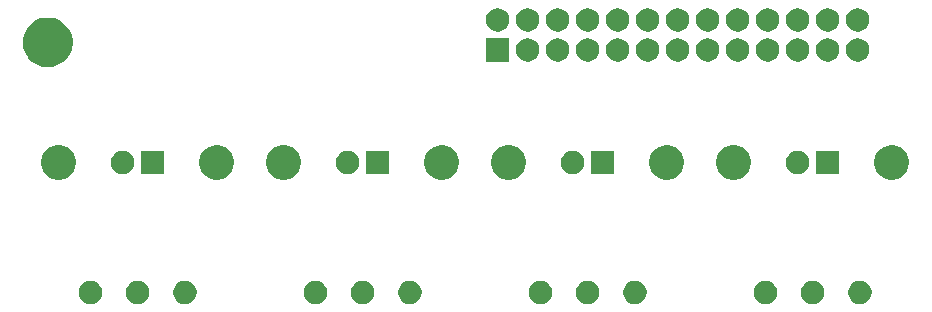
<source format=gbr>
G04 #@! TF.GenerationSoftware,KiCad,Pcbnew,(5.0.1)-3*
G04 #@! TF.CreationDate,2018-12-06T21:01:50-08:00*
G04 #@! TF.ProjectId,500-1071,3530302D313037312E6B696361645F70,A*
G04 #@! TF.SameCoordinates,Original*
G04 #@! TF.FileFunction,Soldermask,Top*
G04 #@! TF.FilePolarity,Negative*
%FSLAX46Y46*%
G04 Gerber Fmt 4.6, Leading zero omitted, Abs format (unit mm)*
G04 Created by KiCad (PCBNEW (5.0.1)-3) date 12/6/2018 9:01:50 PM*
%MOMM*%
%LPD*%
G01*
G04 APERTURE LIST*
%ADD10C,0.100000*%
G04 APERTURE END LIST*
D10*
G36*
X216124426Y-119257897D02*
X216188014Y-119270545D01*
X216367709Y-119344977D01*
X216529431Y-119453036D01*
X216666964Y-119590569D01*
X216775023Y-119752291D01*
X216849455Y-119931986D01*
X216887400Y-120122750D01*
X216887400Y-120317250D01*
X216849455Y-120508014D01*
X216775023Y-120687709D01*
X216666964Y-120849431D01*
X216529431Y-120986964D01*
X216367709Y-121095023D01*
X216188014Y-121169455D01*
X216124426Y-121182103D01*
X215997252Y-121207400D01*
X215802748Y-121207400D01*
X215675574Y-121182103D01*
X215611986Y-121169455D01*
X215432291Y-121095023D01*
X215270569Y-120986964D01*
X215133036Y-120849431D01*
X215024977Y-120687709D01*
X214950545Y-120508014D01*
X214912600Y-120317250D01*
X214912600Y-120122750D01*
X214950545Y-119931986D01*
X215024977Y-119752291D01*
X215133036Y-119590569D01*
X215270569Y-119453036D01*
X215432291Y-119344977D01*
X215611986Y-119270545D01*
X215675574Y-119257897D01*
X215802748Y-119232600D01*
X215997252Y-119232600D01*
X216124426Y-119257897D01*
X216124426Y-119257897D01*
G37*
G36*
X212124426Y-119257897D02*
X212188014Y-119270545D01*
X212367709Y-119344977D01*
X212529431Y-119453036D01*
X212666964Y-119590569D01*
X212775023Y-119752291D01*
X212849455Y-119931986D01*
X212887400Y-120122750D01*
X212887400Y-120317250D01*
X212849455Y-120508014D01*
X212775023Y-120687709D01*
X212666964Y-120849431D01*
X212529431Y-120986964D01*
X212367709Y-121095023D01*
X212188014Y-121169455D01*
X212124426Y-121182103D01*
X211997252Y-121207400D01*
X211802748Y-121207400D01*
X211675574Y-121182103D01*
X211611986Y-121169455D01*
X211432291Y-121095023D01*
X211270569Y-120986964D01*
X211133036Y-120849431D01*
X211024977Y-120687709D01*
X210950545Y-120508014D01*
X210912600Y-120317250D01*
X210912600Y-120122750D01*
X210950545Y-119931986D01*
X211024977Y-119752291D01*
X211133036Y-119590569D01*
X211270569Y-119453036D01*
X211432291Y-119344977D01*
X211611986Y-119270545D01*
X211675574Y-119257897D01*
X211802748Y-119232600D01*
X211997252Y-119232600D01*
X212124426Y-119257897D01*
X212124426Y-119257897D01*
G37*
G36*
X220124426Y-119257897D02*
X220188014Y-119270545D01*
X220367709Y-119344977D01*
X220529431Y-119453036D01*
X220666964Y-119590569D01*
X220775023Y-119752291D01*
X220849455Y-119931986D01*
X220887400Y-120122750D01*
X220887400Y-120317250D01*
X220849455Y-120508014D01*
X220775023Y-120687709D01*
X220666964Y-120849431D01*
X220529431Y-120986964D01*
X220367709Y-121095023D01*
X220188014Y-121169455D01*
X220124426Y-121182103D01*
X219997252Y-121207400D01*
X219802748Y-121207400D01*
X219675574Y-121182103D01*
X219611986Y-121169455D01*
X219432291Y-121095023D01*
X219270569Y-120986964D01*
X219133036Y-120849431D01*
X219024977Y-120687709D01*
X218950545Y-120508014D01*
X218912600Y-120317250D01*
X218912600Y-120122750D01*
X218950545Y-119931986D01*
X219024977Y-119752291D01*
X219133036Y-119590569D01*
X219270569Y-119453036D01*
X219432291Y-119344977D01*
X219611986Y-119270545D01*
X219675574Y-119257897D01*
X219802748Y-119232600D01*
X219997252Y-119232600D01*
X220124426Y-119257897D01*
X220124426Y-119257897D01*
G37*
G36*
X231174426Y-119257897D02*
X231238014Y-119270545D01*
X231417709Y-119344977D01*
X231579431Y-119453036D01*
X231716964Y-119590569D01*
X231825023Y-119752291D01*
X231899455Y-119931986D01*
X231937400Y-120122750D01*
X231937400Y-120317250D01*
X231899455Y-120508014D01*
X231825023Y-120687709D01*
X231716964Y-120849431D01*
X231579431Y-120986964D01*
X231417709Y-121095023D01*
X231238014Y-121169455D01*
X231174426Y-121182103D01*
X231047252Y-121207400D01*
X230852748Y-121207400D01*
X230725574Y-121182103D01*
X230661986Y-121169455D01*
X230482291Y-121095023D01*
X230320569Y-120986964D01*
X230183036Y-120849431D01*
X230074977Y-120687709D01*
X230000545Y-120508014D01*
X229962600Y-120317250D01*
X229962600Y-120122750D01*
X230000545Y-119931986D01*
X230074977Y-119752291D01*
X230183036Y-119590569D01*
X230320569Y-119453036D01*
X230482291Y-119344977D01*
X230661986Y-119270545D01*
X230725574Y-119257897D01*
X230852748Y-119232600D01*
X231047252Y-119232600D01*
X231174426Y-119257897D01*
X231174426Y-119257897D01*
G37*
G36*
X239174426Y-119257897D02*
X239238014Y-119270545D01*
X239417709Y-119344977D01*
X239579431Y-119453036D01*
X239716964Y-119590569D01*
X239825023Y-119752291D01*
X239899455Y-119931986D01*
X239937400Y-120122750D01*
X239937400Y-120317250D01*
X239899455Y-120508014D01*
X239825023Y-120687709D01*
X239716964Y-120849431D01*
X239579431Y-120986964D01*
X239417709Y-121095023D01*
X239238014Y-121169455D01*
X239174426Y-121182103D01*
X239047252Y-121207400D01*
X238852748Y-121207400D01*
X238725574Y-121182103D01*
X238661986Y-121169455D01*
X238482291Y-121095023D01*
X238320569Y-120986964D01*
X238183036Y-120849431D01*
X238074977Y-120687709D01*
X238000545Y-120508014D01*
X237962600Y-120317250D01*
X237962600Y-120122750D01*
X238000545Y-119931986D01*
X238074977Y-119752291D01*
X238183036Y-119590569D01*
X238320569Y-119453036D01*
X238482291Y-119344977D01*
X238661986Y-119270545D01*
X238725574Y-119257897D01*
X238852748Y-119232600D01*
X239047252Y-119232600D01*
X239174426Y-119257897D01*
X239174426Y-119257897D01*
G37*
G36*
X178024426Y-119257897D02*
X178088014Y-119270545D01*
X178267709Y-119344977D01*
X178429431Y-119453036D01*
X178566964Y-119590569D01*
X178675023Y-119752291D01*
X178749455Y-119931986D01*
X178787400Y-120122750D01*
X178787400Y-120317250D01*
X178749455Y-120508014D01*
X178675023Y-120687709D01*
X178566964Y-120849431D01*
X178429431Y-120986964D01*
X178267709Y-121095023D01*
X178088014Y-121169455D01*
X178024426Y-121182103D01*
X177897252Y-121207400D01*
X177702748Y-121207400D01*
X177575574Y-121182103D01*
X177511986Y-121169455D01*
X177332291Y-121095023D01*
X177170569Y-120986964D01*
X177033036Y-120849431D01*
X176924977Y-120687709D01*
X176850545Y-120508014D01*
X176812600Y-120317250D01*
X176812600Y-120122750D01*
X176850545Y-119931986D01*
X176924977Y-119752291D01*
X177033036Y-119590569D01*
X177170569Y-119453036D01*
X177332291Y-119344977D01*
X177511986Y-119270545D01*
X177575574Y-119257897D01*
X177702748Y-119232600D01*
X177897252Y-119232600D01*
X178024426Y-119257897D01*
X178024426Y-119257897D01*
G37*
G36*
X174024426Y-119257897D02*
X174088014Y-119270545D01*
X174267709Y-119344977D01*
X174429431Y-119453036D01*
X174566964Y-119590569D01*
X174675023Y-119752291D01*
X174749455Y-119931986D01*
X174787400Y-120122750D01*
X174787400Y-120317250D01*
X174749455Y-120508014D01*
X174675023Y-120687709D01*
X174566964Y-120849431D01*
X174429431Y-120986964D01*
X174267709Y-121095023D01*
X174088014Y-121169455D01*
X174024426Y-121182103D01*
X173897252Y-121207400D01*
X173702748Y-121207400D01*
X173575574Y-121182103D01*
X173511986Y-121169455D01*
X173332291Y-121095023D01*
X173170569Y-120986964D01*
X173033036Y-120849431D01*
X172924977Y-120687709D01*
X172850545Y-120508014D01*
X172812600Y-120317250D01*
X172812600Y-120122750D01*
X172850545Y-119931986D01*
X172924977Y-119752291D01*
X173033036Y-119590569D01*
X173170569Y-119453036D01*
X173332291Y-119344977D01*
X173511986Y-119270545D01*
X173575574Y-119257897D01*
X173702748Y-119232600D01*
X173897252Y-119232600D01*
X174024426Y-119257897D01*
X174024426Y-119257897D01*
G37*
G36*
X182024426Y-119257897D02*
X182088014Y-119270545D01*
X182267709Y-119344977D01*
X182429431Y-119453036D01*
X182566964Y-119590569D01*
X182675023Y-119752291D01*
X182749455Y-119931986D01*
X182787400Y-120122750D01*
X182787400Y-120317250D01*
X182749455Y-120508014D01*
X182675023Y-120687709D01*
X182566964Y-120849431D01*
X182429431Y-120986964D01*
X182267709Y-121095023D01*
X182088014Y-121169455D01*
X182024426Y-121182103D01*
X181897252Y-121207400D01*
X181702748Y-121207400D01*
X181575574Y-121182103D01*
X181511986Y-121169455D01*
X181332291Y-121095023D01*
X181170569Y-120986964D01*
X181033036Y-120849431D01*
X180924977Y-120687709D01*
X180850545Y-120508014D01*
X180812600Y-120317250D01*
X180812600Y-120122750D01*
X180850545Y-119931986D01*
X180924977Y-119752291D01*
X181033036Y-119590569D01*
X181170569Y-119453036D01*
X181332291Y-119344977D01*
X181511986Y-119270545D01*
X181575574Y-119257897D01*
X181702748Y-119232600D01*
X181897252Y-119232600D01*
X182024426Y-119257897D01*
X182024426Y-119257897D01*
G37*
G36*
X197074426Y-119257897D02*
X197138014Y-119270545D01*
X197317709Y-119344977D01*
X197479431Y-119453036D01*
X197616964Y-119590569D01*
X197725023Y-119752291D01*
X197799455Y-119931986D01*
X197837400Y-120122750D01*
X197837400Y-120317250D01*
X197799455Y-120508014D01*
X197725023Y-120687709D01*
X197616964Y-120849431D01*
X197479431Y-120986964D01*
X197317709Y-121095023D01*
X197138014Y-121169455D01*
X197074426Y-121182103D01*
X196947252Y-121207400D01*
X196752748Y-121207400D01*
X196625574Y-121182103D01*
X196561986Y-121169455D01*
X196382291Y-121095023D01*
X196220569Y-120986964D01*
X196083036Y-120849431D01*
X195974977Y-120687709D01*
X195900545Y-120508014D01*
X195862600Y-120317250D01*
X195862600Y-120122750D01*
X195900545Y-119931986D01*
X195974977Y-119752291D01*
X196083036Y-119590569D01*
X196220569Y-119453036D01*
X196382291Y-119344977D01*
X196561986Y-119270545D01*
X196625574Y-119257897D01*
X196752748Y-119232600D01*
X196947252Y-119232600D01*
X197074426Y-119257897D01*
X197074426Y-119257897D01*
G37*
G36*
X193074426Y-119257897D02*
X193138014Y-119270545D01*
X193317709Y-119344977D01*
X193479431Y-119453036D01*
X193616964Y-119590569D01*
X193725023Y-119752291D01*
X193799455Y-119931986D01*
X193837400Y-120122750D01*
X193837400Y-120317250D01*
X193799455Y-120508014D01*
X193725023Y-120687709D01*
X193616964Y-120849431D01*
X193479431Y-120986964D01*
X193317709Y-121095023D01*
X193138014Y-121169455D01*
X193074426Y-121182103D01*
X192947252Y-121207400D01*
X192752748Y-121207400D01*
X192625574Y-121182103D01*
X192561986Y-121169455D01*
X192382291Y-121095023D01*
X192220569Y-120986964D01*
X192083036Y-120849431D01*
X191974977Y-120687709D01*
X191900545Y-120508014D01*
X191862600Y-120317250D01*
X191862600Y-120122750D01*
X191900545Y-119931986D01*
X191974977Y-119752291D01*
X192083036Y-119590569D01*
X192220569Y-119453036D01*
X192382291Y-119344977D01*
X192561986Y-119270545D01*
X192625574Y-119257897D01*
X192752748Y-119232600D01*
X192947252Y-119232600D01*
X193074426Y-119257897D01*
X193074426Y-119257897D01*
G37*
G36*
X201074426Y-119257897D02*
X201138014Y-119270545D01*
X201317709Y-119344977D01*
X201479431Y-119453036D01*
X201616964Y-119590569D01*
X201725023Y-119752291D01*
X201799455Y-119931986D01*
X201837400Y-120122750D01*
X201837400Y-120317250D01*
X201799455Y-120508014D01*
X201725023Y-120687709D01*
X201616964Y-120849431D01*
X201479431Y-120986964D01*
X201317709Y-121095023D01*
X201138014Y-121169455D01*
X201074426Y-121182103D01*
X200947252Y-121207400D01*
X200752748Y-121207400D01*
X200625574Y-121182103D01*
X200561986Y-121169455D01*
X200382291Y-121095023D01*
X200220569Y-120986964D01*
X200083036Y-120849431D01*
X199974977Y-120687709D01*
X199900545Y-120508014D01*
X199862600Y-120317250D01*
X199862600Y-120122750D01*
X199900545Y-119931986D01*
X199974977Y-119752291D01*
X200083036Y-119590569D01*
X200220569Y-119453036D01*
X200382291Y-119344977D01*
X200561986Y-119270545D01*
X200625574Y-119257897D01*
X200752748Y-119232600D01*
X200947252Y-119232600D01*
X201074426Y-119257897D01*
X201074426Y-119257897D01*
G37*
G36*
X235174426Y-119257897D02*
X235238014Y-119270545D01*
X235417709Y-119344977D01*
X235579431Y-119453036D01*
X235716964Y-119590569D01*
X235825023Y-119752291D01*
X235899455Y-119931986D01*
X235937400Y-120122750D01*
X235937400Y-120317250D01*
X235899455Y-120508014D01*
X235825023Y-120687709D01*
X235716964Y-120849431D01*
X235579431Y-120986964D01*
X235417709Y-121095023D01*
X235238014Y-121169455D01*
X235174426Y-121182103D01*
X235047252Y-121207400D01*
X234852748Y-121207400D01*
X234725574Y-121182103D01*
X234661986Y-121169455D01*
X234482291Y-121095023D01*
X234320569Y-120986964D01*
X234183036Y-120849431D01*
X234074977Y-120687709D01*
X234000545Y-120508014D01*
X233962600Y-120317250D01*
X233962600Y-120122750D01*
X234000545Y-119931986D01*
X234074977Y-119752291D01*
X234183036Y-119590569D01*
X234320569Y-119453036D01*
X234482291Y-119344977D01*
X234661986Y-119270545D01*
X234725574Y-119257897D01*
X234852748Y-119232600D01*
X235047252Y-119232600D01*
X235174426Y-119257897D01*
X235174426Y-119257897D01*
G37*
G36*
X190578781Y-107806490D02*
X190846307Y-107917303D01*
X191087074Y-108078178D01*
X191291822Y-108282926D01*
X191452697Y-108523693D01*
X191563510Y-108791219D01*
X191620000Y-109075216D01*
X191620000Y-109364784D01*
X191563510Y-109648781D01*
X191452697Y-109916307D01*
X191291822Y-110157074D01*
X191087074Y-110361822D01*
X190846307Y-110522697D01*
X190578781Y-110633510D01*
X190294784Y-110690000D01*
X190005216Y-110690000D01*
X189721219Y-110633510D01*
X189453693Y-110522697D01*
X189212926Y-110361822D01*
X189008178Y-110157074D01*
X188847303Y-109916307D01*
X188736490Y-109648781D01*
X188680000Y-109364784D01*
X188680000Y-109075216D01*
X188736490Y-108791219D01*
X188847303Y-108523693D01*
X189008178Y-108282926D01*
X189212926Y-108078178D01*
X189453693Y-107917303D01*
X189721219Y-107806490D01*
X190005216Y-107750000D01*
X190294784Y-107750000D01*
X190578781Y-107806490D01*
X190578781Y-107806490D01*
G37*
G36*
X209628781Y-107806490D02*
X209896307Y-107917303D01*
X210137074Y-108078178D01*
X210341822Y-108282926D01*
X210502697Y-108523693D01*
X210613510Y-108791219D01*
X210670000Y-109075216D01*
X210670000Y-109364784D01*
X210613510Y-109648781D01*
X210502697Y-109916307D01*
X210341822Y-110157074D01*
X210137074Y-110361822D01*
X209896307Y-110522697D01*
X209628781Y-110633510D01*
X209344784Y-110690000D01*
X209055216Y-110690000D01*
X208771219Y-110633510D01*
X208503693Y-110522697D01*
X208262926Y-110361822D01*
X208058178Y-110157074D01*
X207897303Y-109916307D01*
X207786490Y-109648781D01*
X207730000Y-109364784D01*
X207730000Y-109075216D01*
X207786490Y-108791219D01*
X207897303Y-108523693D01*
X208058178Y-108282926D01*
X208262926Y-108078178D01*
X208503693Y-107917303D01*
X208771219Y-107806490D01*
X209055216Y-107750000D01*
X209344784Y-107750000D01*
X209628781Y-107806490D01*
X209628781Y-107806490D01*
G37*
G36*
X242078781Y-107806490D02*
X242346307Y-107917303D01*
X242587074Y-108078178D01*
X242791822Y-108282926D01*
X242952697Y-108523693D01*
X243063510Y-108791219D01*
X243120000Y-109075216D01*
X243120000Y-109364784D01*
X243063510Y-109648781D01*
X242952697Y-109916307D01*
X242791822Y-110157074D01*
X242587074Y-110361822D01*
X242346307Y-110522697D01*
X242078781Y-110633510D01*
X241794784Y-110690000D01*
X241505216Y-110690000D01*
X241221219Y-110633510D01*
X240953693Y-110522697D01*
X240712926Y-110361822D01*
X240508178Y-110157074D01*
X240347303Y-109916307D01*
X240236490Y-109648781D01*
X240180000Y-109364784D01*
X240180000Y-109075216D01*
X240236490Y-108791219D01*
X240347303Y-108523693D01*
X240508178Y-108282926D01*
X240712926Y-108078178D01*
X240953693Y-107917303D01*
X241221219Y-107806490D01*
X241505216Y-107750000D01*
X241794784Y-107750000D01*
X242078781Y-107806490D01*
X242078781Y-107806490D01*
G37*
G36*
X228678781Y-107806490D02*
X228946307Y-107917303D01*
X229187074Y-108078178D01*
X229391822Y-108282926D01*
X229552697Y-108523693D01*
X229663510Y-108791219D01*
X229720000Y-109075216D01*
X229720000Y-109364784D01*
X229663510Y-109648781D01*
X229552697Y-109916307D01*
X229391822Y-110157074D01*
X229187074Y-110361822D01*
X228946307Y-110522697D01*
X228678781Y-110633510D01*
X228394784Y-110690000D01*
X228105216Y-110690000D01*
X227821219Y-110633510D01*
X227553693Y-110522697D01*
X227312926Y-110361822D01*
X227108178Y-110157074D01*
X226947303Y-109916307D01*
X226836490Y-109648781D01*
X226780000Y-109364784D01*
X226780000Y-109075216D01*
X226836490Y-108791219D01*
X226947303Y-108523693D01*
X227108178Y-108282926D01*
X227312926Y-108078178D01*
X227553693Y-107917303D01*
X227821219Y-107806490D01*
X228105216Y-107750000D01*
X228394784Y-107750000D01*
X228678781Y-107806490D01*
X228678781Y-107806490D01*
G37*
G36*
X184928781Y-107806490D02*
X185196307Y-107917303D01*
X185437074Y-108078178D01*
X185641822Y-108282926D01*
X185802697Y-108523693D01*
X185913510Y-108791219D01*
X185970000Y-109075216D01*
X185970000Y-109364784D01*
X185913510Y-109648781D01*
X185802697Y-109916307D01*
X185641822Y-110157074D01*
X185437074Y-110361822D01*
X185196307Y-110522697D01*
X184928781Y-110633510D01*
X184644784Y-110690000D01*
X184355216Y-110690000D01*
X184071219Y-110633510D01*
X183803693Y-110522697D01*
X183562926Y-110361822D01*
X183358178Y-110157074D01*
X183197303Y-109916307D01*
X183086490Y-109648781D01*
X183030000Y-109364784D01*
X183030000Y-109075216D01*
X183086490Y-108791219D01*
X183197303Y-108523693D01*
X183358178Y-108282926D01*
X183562926Y-108078178D01*
X183803693Y-107917303D01*
X184071219Y-107806490D01*
X184355216Y-107750000D01*
X184644784Y-107750000D01*
X184928781Y-107806490D01*
X184928781Y-107806490D01*
G37*
G36*
X171528781Y-107806490D02*
X171796307Y-107917303D01*
X172037074Y-108078178D01*
X172241822Y-108282926D01*
X172402697Y-108523693D01*
X172513510Y-108791219D01*
X172570000Y-109075216D01*
X172570000Y-109364784D01*
X172513510Y-109648781D01*
X172402697Y-109916307D01*
X172241822Y-110157074D01*
X172037074Y-110361822D01*
X171796307Y-110522697D01*
X171528781Y-110633510D01*
X171244784Y-110690000D01*
X170955216Y-110690000D01*
X170671219Y-110633510D01*
X170403693Y-110522697D01*
X170162926Y-110361822D01*
X169958178Y-110157074D01*
X169797303Y-109916307D01*
X169686490Y-109648781D01*
X169630000Y-109364784D01*
X169630000Y-109075216D01*
X169686490Y-108791219D01*
X169797303Y-108523693D01*
X169958178Y-108282926D01*
X170162926Y-108078178D01*
X170403693Y-107917303D01*
X170671219Y-107806490D01*
X170955216Y-107750000D01*
X171244784Y-107750000D01*
X171528781Y-107806490D01*
X171528781Y-107806490D01*
G37*
G36*
X223028781Y-107806490D02*
X223296307Y-107917303D01*
X223537074Y-108078178D01*
X223741822Y-108282926D01*
X223902697Y-108523693D01*
X224013510Y-108791219D01*
X224070000Y-109075216D01*
X224070000Y-109364784D01*
X224013510Y-109648781D01*
X223902697Y-109916307D01*
X223741822Y-110157074D01*
X223537074Y-110361822D01*
X223296307Y-110522697D01*
X223028781Y-110633510D01*
X222744784Y-110690000D01*
X222455216Y-110690000D01*
X222171219Y-110633510D01*
X221903693Y-110522697D01*
X221662926Y-110361822D01*
X221458178Y-110157074D01*
X221297303Y-109916307D01*
X221186490Y-109648781D01*
X221130000Y-109364784D01*
X221130000Y-109075216D01*
X221186490Y-108791219D01*
X221297303Y-108523693D01*
X221458178Y-108282926D01*
X221662926Y-108078178D01*
X221903693Y-107917303D01*
X222171219Y-107806490D01*
X222455216Y-107750000D01*
X222744784Y-107750000D01*
X223028781Y-107806490D01*
X223028781Y-107806490D01*
G37*
G36*
X203978781Y-107806490D02*
X204246307Y-107917303D01*
X204487074Y-108078178D01*
X204691822Y-108282926D01*
X204852697Y-108523693D01*
X204963510Y-108791219D01*
X205020000Y-109075216D01*
X205020000Y-109364784D01*
X204963510Y-109648781D01*
X204852697Y-109916307D01*
X204691822Y-110157074D01*
X204487074Y-110361822D01*
X204246307Y-110522697D01*
X203978781Y-110633510D01*
X203694784Y-110690000D01*
X203405216Y-110690000D01*
X203121219Y-110633510D01*
X202853693Y-110522697D01*
X202612926Y-110361822D01*
X202408178Y-110157074D01*
X202247303Y-109916307D01*
X202136490Y-109648781D01*
X202080000Y-109364784D01*
X202080000Y-109075216D01*
X202136490Y-108791219D01*
X202247303Y-108523693D01*
X202408178Y-108282926D01*
X202612926Y-108078178D01*
X202853693Y-107917303D01*
X203121219Y-107806490D01*
X203405216Y-107750000D01*
X203694784Y-107750000D01*
X203978781Y-107806490D01*
X203978781Y-107806490D01*
G37*
G36*
X176754426Y-108257897D02*
X176818014Y-108270545D01*
X176997709Y-108344977D01*
X177159431Y-108453036D01*
X177296964Y-108590569D01*
X177405023Y-108752291D01*
X177421147Y-108791219D01*
X177479455Y-108931987D01*
X177517400Y-109122748D01*
X177517400Y-109317252D01*
X177507945Y-109364784D01*
X177479455Y-109508014D01*
X177405023Y-109687709D01*
X177296964Y-109849431D01*
X177159431Y-109986964D01*
X176997709Y-110095023D01*
X176818014Y-110169455D01*
X176754426Y-110182103D01*
X176627252Y-110207400D01*
X176432748Y-110207400D01*
X176305574Y-110182103D01*
X176241986Y-110169455D01*
X176062291Y-110095023D01*
X175900569Y-109986964D01*
X175763036Y-109849431D01*
X175654977Y-109687709D01*
X175580545Y-109508014D01*
X175552055Y-109364784D01*
X175542600Y-109317252D01*
X175542600Y-109122748D01*
X175580545Y-108931987D01*
X175638853Y-108791219D01*
X175654977Y-108752291D01*
X175763036Y-108590569D01*
X175900569Y-108453036D01*
X176062291Y-108344977D01*
X176241986Y-108270545D01*
X176305574Y-108257897D01*
X176432748Y-108232600D01*
X176627252Y-108232600D01*
X176754426Y-108257897D01*
X176754426Y-108257897D01*
G37*
G36*
X180057400Y-110207400D02*
X178082600Y-110207400D01*
X178082600Y-108232600D01*
X180057400Y-108232600D01*
X180057400Y-110207400D01*
X180057400Y-110207400D01*
G37*
G36*
X195804426Y-108257897D02*
X195868014Y-108270545D01*
X196047709Y-108344977D01*
X196209431Y-108453036D01*
X196346964Y-108590569D01*
X196455023Y-108752291D01*
X196471147Y-108791219D01*
X196529455Y-108931987D01*
X196567400Y-109122748D01*
X196567400Y-109317252D01*
X196557945Y-109364784D01*
X196529455Y-109508014D01*
X196455023Y-109687709D01*
X196346964Y-109849431D01*
X196209431Y-109986964D01*
X196047709Y-110095023D01*
X195868014Y-110169455D01*
X195804426Y-110182103D01*
X195677252Y-110207400D01*
X195482748Y-110207400D01*
X195355574Y-110182103D01*
X195291986Y-110169455D01*
X195112291Y-110095023D01*
X194950569Y-109986964D01*
X194813036Y-109849431D01*
X194704977Y-109687709D01*
X194630545Y-109508014D01*
X194602055Y-109364784D01*
X194592600Y-109317252D01*
X194592600Y-109122748D01*
X194630545Y-108931987D01*
X194688853Y-108791219D01*
X194704977Y-108752291D01*
X194813036Y-108590569D01*
X194950569Y-108453036D01*
X195112291Y-108344977D01*
X195291986Y-108270545D01*
X195355574Y-108257897D01*
X195482748Y-108232600D01*
X195677252Y-108232600D01*
X195804426Y-108257897D01*
X195804426Y-108257897D01*
G37*
G36*
X199107400Y-110207400D02*
X197132600Y-110207400D01*
X197132600Y-108232600D01*
X199107400Y-108232600D01*
X199107400Y-110207400D01*
X199107400Y-110207400D01*
G37*
G36*
X214854426Y-108257897D02*
X214918014Y-108270545D01*
X215097709Y-108344977D01*
X215259431Y-108453036D01*
X215396964Y-108590569D01*
X215505023Y-108752291D01*
X215521147Y-108791219D01*
X215579455Y-108931987D01*
X215617400Y-109122748D01*
X215617400Y-109317252D01*
X215607945Y-109364784D01*
X215579455Y-109508014D01*
X215505023Y-109687709D01*
X215396964Y-109849431D01*
X215259431Y-109986964D01*
X215097709Y-110095023D01*
X214918014Y-110169455D01*
X214854426Y-110182103D01*
X214727252Y-110207400D01*
X214532748Y-110207400D01*
X214405574Y-110182103D01*
X214341986Y-110169455D01*
X214162291Y-110095023D01*
X214000569Y-109986964D01*
X213863036Y-109849431D01*
X213754977Y-109687709D01*
X213680545Y-109508014D01*
X213652055Y-109364784D01*
X213642600Y-109317252D01*
X213642600Y-109122748D01*
X213680545Y-108931987D01*
X213738853Y-108791219D01*
X213754977Y-108752291D01*
X213863036Y-108590569D01*
X214000569Y-108453036D01*
X214162291Y-108344977D01*
X214341986Y-108270545D01*
X214405574Y-108257897D01*
X214532748Y-108232600D01*
X214727252Y-108232600D01*
X214854426Y-108257897D01*
X214854426Y-108257897D01*
G37*
G36*
X218157400Y-110207400D02*
X216182600Y-110207400D01*
X216182600Y-108232600D01*
X218157400Y-108232600D01*
X218157400Y-110207400D01*
X218157400Y-110207400D01*
G37*
G36*
X233904426Y-108257897D02*
X233968014Y-108270545D01*
X234147709Y-108344977D01*
X234309431Y-108453036D01*
X234446964Y-108590569D01*
X234555023Y-108752291D01*
X234571147Y-108791219D01*
X234629455Y-108931987D01*
X234667400Y-109122748D01*
X234667400Y-109317252D01*
X234657945Y-109364784D01*
X234629455Y-109508014D01*
X234555023Y-109687709D01*
X234446964Y-109849431D01*
X234309431Y-109986964D01*
X234147709Y-110095023D01*
X233968014Y-110169455D01*
X233904426Y-110182103D01*
X233777252Y-110207400D01*
X233582748Y-110207400D01*
X233455574Y-110182103D01*
X233391986Y-110169455D01*
X233212291Y-110095023D01*
X233050569Y-109986964D01*
X232913036Y-109849431D01*
X232804977Y-109687709D01*
X232730545Y-109508014D01*
X232702055Y-109364784D01*
X232692600Y-109317252D01*
X232692600Y-109122748D01*
X232730545Y-108931987D01*
X232788853Y-108791219D01*
X232804977Y-108752291D01*
X232913036Y-108590569D01*
X233050569Y-108453036D01*
X233212291Y-108344977D01*
X233391986Y-108270545D01*
X233455574Y-108257897D01*
X233582748Y-108232600D01*
X233777252Y-108232600D01*
X233904426Y-108257897D01*
X233904426Y-108257897D01*
G37*
G36*
X237207400Y-110207400D02*
X235232600Y-110207400D01*
X235232600Y-108232600D01*
X237207400Y-108232600D01*
X237207400Y-110207400D01*
X237207400Y-110207400D01*
G37*
G36*
X170658445Y-97008929D02*
X170794006Y-97035894D01*
X171177091Y-97194573D01*
X171519536Y-97423388D01*
X171521862Y-97424942D01*
X171815058Y-97718138D01*
X171815060Y-97718141D01*
X172045427Y-98062909D01*
X172045427Y-98062910D01*
X172204106Y-98445995D01*
X172285000Y-98852674D01*
X172285000Y-99267326D01*
X172231071Y-99538445D01*
X172204106Y-99674006D01*
X172045427Y-100057091D01*
X171866796Y-100324431D01*
X171815058Y-100401862D01*
X171521862Y-100695058D01*
X171521859Y-100695060D01*
X171177091Y-100925427D01*
X170794006Y-101084106D01*
X170658445Y-101111071D01*
X170387326Y-101165000D01*
X169972674Y-101165000D01*
X169701555Y-101111071D01*
X169565994Y-101084106D01*
X169182909Y-100925427D01*
X168838141Y-100695060D01*
X168838138Y-100695058D01*
X168544942Y-100401862D01*
X168493204Y-100324431D01*
X168314573Y-100057091D01*
X168155894Y-99674006D01*
X168128929Y-99538445D01*
X168075000Y-99267326D01*
X168075000Y-98852674D01*
X168155894Y-98445995D01*
X168314573Y-98062910D01*
X168314573Y-98062909D01*
X168544940Y-97718141D01*
X168544942Y-97718138D01*
X168838138Y-97424942D01*
X168840464Y-97423388D01*
X169182909Y-97194573D01*
X169565994Y-97035894D01*
X169701555Y-97008929D01*
X169972674Y-96955000D01*
X170387326Y-96955000D01*
X170658445Y-97008929D01*
X170658445Y-97008929D01*
G37*
G36*
X223744426Y-98732897D02*
X223808014Y-98745545D01*
X223987709Y-98819977D01*
X224149431Y-98928036D01*
X224286964Y-99065569D01*
X224395023Y-99227291D01*
X224469455Y-99406986D01*
X224507400Y-99597750D01*
X224507400Y-99792250D01*
X224469455Y-99983014D01*
X224395023Y-100162709D01*
X224286964Y-100324431D01*
X224149431Y-100461964D01*
X223987709Y-100570023D01*
X223808014Y-100644455D01*
X223744426Y-100657103D01*
X223617252Y-100682400D01*
X223422748Y-100682400D01*
X223295574Y-100657103D01*
X223231986Y-100644455D01*
X223052291Y-100570023D01*
X222890569Y-100461964D01*
X222753036Y-100324431D01*
X222644977Y-100162709D01*
X222570545Y-99983014D01*
X222532600Y-99792250D01*
X222532600Y-99597750D01*
X222570545Y-99406986D01*
X222644977Y-99227291D01*
X222753036Y-99065569D01*
X222890569Y-98928036D01*
X223052291Y-98819977D01*
X223231986Y-98745545D01*
X223295574Y-98732897D01*
X223422748Y-98707600D01*
X223617252Y-98707600D01*
X223744426Y-98732897D01*
X223744426Y-98732897D01*
G37*
G36*
X228824426Y-98732897D02*
X228888014Y-98745545D01*
X229067709Y-98819977D01*
X229229431Y-98928036D01*
X229366964Y-99065569D01*
X229475023Y-99227291D01*
X229549455Y-99406986D01*
X229587400Y-99597750D01*
X229587400Y-99792250D01*
X229549455Y-99983014D01*
X229475023Y-100162709D01*
X229366964Y-100324431D01*
X229229431Y-100461964D01*
X229067709Y-100570023D01*
X228888014Y-100644455D01*
X228824426Y-100657103D01*
X228697252Y-100682400D01*
X228502748Y-100682400D01*
X228375574Y-100657103D01*
X228311986Y-100644455D01*
X228132291Y-100570023D01*
X227970569Y-100461964D01*
X227833036Y-100324431D01*
X227724977Y-100162709D01*
X227650545Y-99983014D01*
X227612600Y-99792250D01*
X227612600Y-99597750D01*
X227650545Y-99406986D01*
X227724977Y-99227291D01*
X227833036Y-99065569D01*
X227970569Y-98928036D01*
X228132291Y-98819977D01*
X228311986Y-98745545D01*
X228375574Y-98732897D01*
X228502748Y-98707600D01*
X228697252Y-98707600D01*
X228824426Y-98732897D01*
X228824426Y-98732897D01*
G37*
G36*
X226284426Y-98732897D02*
X226348014Y-98745545D01*
X226527709Y-98819977D01*
X226689431Y-98928036D01*
X226826964Y-99065569D01*
X226935023Y-99227291D01*
X227009455Y-99406986D01*
X227047400Y-99597750D01*
X227047400Y-99792250D01*
X227009455Y-99983014D01*
X226935023Y-100162709D01*
X226826964Y-100324431D01*
X226689431Y-100461964D01*
X226527709Y-100570023D01*
X226348014Y-100644455D01*
X226284426Y-100657103D01*
X226157252Y-100682400D01*
X225962748Y-100682400D01*
X225835574Y-100657103D01*
X225771986Y-100644455D01*
X225592291Y-100570023D01*
X225430569Y-100461964D01*
X225293036Y-100324431D01*
X225184977Y-100162709D01*
X225110545Y-99983014D01*
X225072600Y-99792250D01*
X225072600Y-99597750D01*
X225110545Y-99406986D01*
X225184977Y-99227291D01*
X225293036Y-99065569D01*
X225430569Y-98928036D01*
X225592291Y-98819977D01*
X225771986Y-98745545D01*
X225835574Y-98732897D01*
X225962748Y-98707600D01*
X226157252Y-98707600D01*
X226284426Y-98732897D01*
X226284426Y-98732897D01*
G37*
G36*
X221204426Y-98732897D02*
X221268014Y-98745545D01*
X221447709Y-98819977D01*
X221609431Y-98928036D01*
X221746964Y-99065569D01*
X221855023Y-99227291D01*
X221929455Y-99406986D01*
X221967400Y-99597750D01*
X221967400Y-99792250D01*
X221929455Y-99983014D01*
X221855023Y-100162709D01*
X221746964Y-100324431D01*
X221609431Y-100461964D01*
X221447709Y-100570023D01*
X221268014Y-100644455D01*
X221204426Y-100657103D01*
X221077252Y-100682400D01*
X220882748Y-100682400D01*
X220755574Y-100657103D01*
X220691986Y-100644455D01*
X220512291Y-100570023D01*
X220350569Y-100461964D01*
X220213036Y-100324431D01*
X220104977Y-100162709D01*
X220030545Y-99983014D01*
X219992600Y-99792250D01*
X219992600Y-99597750D01*
X220030545Y-99406986D01*
X220104977Y-99227291D01*
X220213036Y-99065569D01*
X220350569Y-98928036D01*
X220512291Y-98819977D01*
X220691986Y-98745545D01*
X220755574Y-98732897D01*
X220882748Y-98707600D01*
X221077252Y-98707600D01*
X221204426Y-98732897D01*
X221204426Y-98732897D01*
G37*
G36*
X233904426Y-98732897D02*
X233968014Y-98745545D01*
X234147709Y-98819977D01*
X234309431Y-98928036D01*
X234446964Y-99065569D01*
X234555023Y-99227291D01*
X234629455Y-99406986D01*
X234667400Y-99597750D01*
X234667400Y-99792250D01*
X234629455Y-99983014D01*
X234555023Y-100162709D01*
X234446964Y-100324431D01*
X234309431Y-100461964D01*
X234147709Y-100570023D01*
X233968014Y-100644455D01*
X233904426Y-100657103D01*
X233777252Y-100682400D01*
X233582748Y-100682400D01*
X233455574Y-100657103D01*
X233391986Y-100644455D01*
X233212291Y-100570023D01*
X233050569Y-100461964D01*
X232913036Y-100324431D01*
X232804977Y-100162709D01*
X232730545Y-99983014D01*
X232692600Y-99792250D01*
X232692600Y-99597750D01*
X232730545Y-99406986D01*
X232804977Y-99227291D01*
X232913036Y-99065569D01*
X233050569Y-98928036D01*
X233212291Y-98819977D01*
X233391986Y-98745545D01*
X233455574Y-98732897D01*
X233582748Y-98707600D01*
X233777252Y-98707600D01*
X233904426Y-98732897D01*
X233904426Y-98732897D01*
G37*
G36*
X218664426Y-98732897D02*
X218728014Y-98745545D01*
X218907709Y-98819977D01*
X219069431Y-98928036D01*
X219206964Y-99065569D01*
X219315023Y-99227291D01*
X219389455Y-99406986D01*
X219427400Y-99597750D01*
X219427400Y-99792250D01*
X219389455Y-99983014D01*
X219315023Y-100162709D01*
X219206964Y-100324431D01*
X219069431Y-100461964D01*
X218907709Y-100570023D01*
X218728014Y-100644455D01*
X218664426Y-100657103D01*
X218537252Y-100682400D01*
X218342748Y-100682400D01*
X218215574Y-100657103D01*
X218151986Y-100644455D01*
X217972291Y-100570023D01*
X217810569Y-100461964D01*
X217673036Y-100324431D01*
X217564977Y-100162709D01*
X217490545Y-99983014D01*
X217452600Y-99792250D01*
X217452600Y-99597750D01*
X217490545Y-99406986D01*
X217564977Y-99227291D01*
X217673036Y-99065569D01*
X217810569Y-98928036D01*
X217972291Y-98819977D01*
X218151986Y-98745545D01*
X218215574Y-98732897D01*
X218342748Y-98707600D01*
X218537252Y-98707600D01*
X218664426Y-98732897D01*
X218664426Y-98732897D01*
G37*
G36*
X216124426Y-98732897D02*
X216188014Y-98745545D01*
X216367709Y-98819977D01*
X216529431Y-98928036D01*
X216666964Y-99065569D01*
X216775023Y-99227291D01*
X216849455Y-99406986D01*
X216887400Y-99597750D01*
X216887400Y-99792250D01*
X216849455Y-99983014D01*
X216775023Y-100162709D01*
X216666964Y-100324431D01*
X216529431Y-100461964D01*
X216367709Y-100570023D01*
X216188014Y-100644455D01*
X216124426Y-100657103D01*
X215997252Y-100682400D01*
X215802748Y-100682400D01*
X215675574Y-100657103D01*
X215611986Y-100644455D01*
X215432291Y-100570023D01*
X215270569Y-100461964D01*
X215133036Y-100324431D01*
X215024977Y-100162709D01*
X214950545Y-99983014D01*
X214912600Y-99792250D01*
X214912600Y-99597750D01*
X214950545Y-99406986D01*
X215024977Y-99227291D01*
X215133036Y-99065569D01*
X215270569Y-98928036D01*
X215432291Y-98819977D01*
X215611986Y-98745545D01*
X215675574Y-98732897D01*
X215802748Y-98707600D01*
X215997252Y-98707600D01*
X216124426Y-98732897D01*
X216124426Y-98732897D01*
G37*
G36*
X238984426Y-98732897D02*
X239048014Y-98745545D01*
X239227709Y-98819977D01*
X239389431Y-98928036D01*
X239526964Y-99065569D01*
X239635023Y-99227291D01*
X239709455Y-99406986D01*
X239747400Y-99597750D01*
X239747400Y-99792250D01*
X239709455Y-99983014D01*
X239635023Y-100162709D01*
X239526964Y-100324431D01*
X239389431Y-100461964D01*
X239227709Y-100570023D01*
X239048014Y-100644455D01*
X238984426Y-100657103D01*
X238857252Y-100682400D01*
X238662748Y-100682400D01*
X238535574Y-100657103D01*
X238471986Y-100644455D01*
X238292291Y-100570023D01*
X238130569Y-100461964D01*
X237993036Y-100324431D01*
X237884977Y-100162709D01*
X237810545Y-99983014D01*
X237772600Y-99792250D01*
X237772600Y-99597750D01*
X237810545Y-99406986D01*
X237884977Y-99227291D01*
X237993036Y-99065569D01*
X238130569Y-98928036D01*
X238292291Y-98819977D01*
X238471986Y-98745545D01*
X238535574Y-98732897D01*
X238662748Y-98707600D01*
X238857252Y-98707600D01*
X238984426Y-98732897D01*
X238984426Y-98732897D01*
G37*
G36*
X213584426Y-98732897D02*
X213648014Y-98745545D01*
X213827709Y-98819977D01*
X213989431Y-98928036D01*
X214126964Y-99065569D01*
X214235023Y-99227291D01*
X214309455Y-99406986D01*
X214347400Y-99597750D01*
X214347400Y-99792250D01*
X214309455Y-99983014D01*
X214235023Y-100162709D01*
X214126964Y-100324431D01*
X213989431Y-100461964D01*
X213827709Y-100570023D01*
X213648014Y-100644455D01*
X213584426Y-100657103D01*
X213457252Y-100682400D01*
X213262748Y-100682400D01*
X213135574Y-100657103D01*
X213071986Y-100644455D01*
X212892291Y-100570023D01*
X212730569Y-100461964D01*
X212593036Y-100324431D01*
X212484977Y-100162709D01*
X212410545Y-99983014D01*
X212372600Y-99792250D01*
X212372600Y-99597750D01*
X212410545Y-99406986D01*
X212484977Y-99227291D01*
X212593036Y-99065569D01*
X212730569Y-98928036D01*
X212892291Y-98819977D01*
X213071986Y-98745545D01*
X213135574Y-98732897D01*
X213262748Y-98707600D01*
X213457252Y-98707600D01*
X213584426Y-98732897D01*
X213584426Y-98732897D01*
G37*
G36*
X211044426Y-98732897D02*
X211108014Y-98745545D01*
X211287709Y-98819977D01*
X211449431Y-98928036D01*
X211586964Y-99065569D01*
X211695023Y-99227291D01*
X211769455Y-99406986D01*
X211807400Y-99597750D01*
X211807400Y-99792250D01*
X211769455Y-99983014D01*
X211695023Y-100162709D01*
X211586964Y-100324431D01*
X211449431Y-100461964D01*
X211287709Y-100570023D01*
X211108014Y-100644455D01*
X211044426Y-100657103D01*
X210917252Y-100682400D01*
X210722748Y-100682400D01*
X210595574Y-100657103D01*
X210531986Y-100644455D01*
X210352291Y-100570023D01*
X210190569Y-100461964D01*
X210053036Y-100324431D01*
X209944977Y-100162709D01*
X209870545Y-99983014D01*
X209832600Y-99792250D01*
X209832600Y-99597750D01*
X209870545Y-99406986D01*
X209944977Y-99227291D01*
X210053036Y-99065569D01*
X210190569Y-98928036D01*
X210352291Y-98819977D01*
X210531986Y-98745545D01*
X210595574Y-98732897D01*
X210722748Y-98707600D01*
X210917252Y-98707600D01*
X211044426Y-98732897D01*
X211044426Y-98732897D01*
G37*
G36*
X209267400Y-100682400D02*
X207292600Y-100682400D01*
X207292600Y-98707600D01*
X209267400Y-98707600D01*
X209267400Y-100682400D01*
X209267400Y-100682400D01*
G37*
G36*
X231364426Y-98732897D02*
X231428014Y-98745545D01*
X231607709Y-98819977D01*
X231769431Y-98928036D01*
X231906964Y-99065569D01*
X232015023Y-99227291D01*
X232089455Y-99406986D01*
X232127400Y-99597750D01*
X232127400Y-99792250D01*
X232089455Y-99983014D01*
X232015023Y-100162709D01*
X231906964Y-100324431D01*
X231769431Y-100461964D01*
X231607709Y-100570023D01*
X231428014Y-100644455D01*
X231364426Y-100657103D01*
X231237252Y-100682400D01*
X231042748Y-100682400D01*
X230915574Y-100657103D01*
X230851986Y-100644455D01*
X230672291Y-100570023D01*
X230510569Y-100461964D01*
X230373036Y-100324431D01*
X230264977Y-100162709D01*
X230190545Y-99983014D01*
X230152600Y-99792250D01*
X230152600Y-99597750D01*
X230190545Y-99406986D01*
X230264977Y-99227291D01*
X230373036Y-99065569D01*
X230510569Y-98928036D01*
X230672291Y-98819977D01*
X230851986Y-98745545D01*
X230915574Y-98732897D01*
X231042748Y-98707600D01*
X231237252Y-98707600D01*
X231364426Y-98732897D01*
X231364426Y-98732897D01*
G37*
G36*
X236444426Y-98732897D02*
X236508014Y-98745545D01*
X236687709Y-98819977D01*
X236849431Y-98928036D01*
X236986964Y-99065569D01*
X237095023Y-99227291D01*
X237169455Y-99406986D01*
X237207400Y-99597750D01*
X237207400Y-99792250D01*
X237169455Y-99983014D01*
X237095023Y-100162709D01*
X236986964Y-100324431D01*
X236849431Y-100461964D01*
X236687709Y-100570023D01*
X236508014Y-100644455D01*
X236444426Y-100657103D01*
X236317252Y-100682400D01*
X236122748Y-100682400D01*
X235995574Y-100657103D01*
X235931986Y-100644455D01*
X235752291Y-100570023D01*
X235590569Y-100461964D01*
X235453036Y-100324431D01*
X235344977Y-100162709D01*
X235270545Y-99983014D01*
X235232600Y-99792250D01*
X235232600Y-99597750D01*
X235270545Y-99406986D01*
X235344977Y-99227291D01*
X235453036Y-99065569D01*
X235590569Y-98928036D01*
X235752291Y-98819977D01*
X235931986Y-98745545D01*
X235995574Y-98732897D01*
X236122748Y-98707600D01*
X236317252Y-98707600D01*
X236444426Y-98732897D01*
X236444426Y-98732897D01*
G37*
G36*
X226284426Y-96192897D02*
X226348014Y-96205545D01*
X226527709Y-96279977D01*
X226689431Y-96388036D01*
X226826964Y-96525569D01*
X226935023Y-96687291D01*
X227009455Y-96866986D01*
X227047400Y-97057750D01*
X227047400Y-97252250D01*
X227009455Y-97443014D01*
X226935023Y-97622709D01*
X226826964Y-97784431D01*
X226689431Y-97921964D01*
X226527709Y-98030023D01*
X226348014Y-98104455D01*
X226284426Y-98117103D01*
X226157252Y-98142400D01*
X225962748Y-98142400D01*
X225835574Y-98117103D01*
X225771986Y-98104455D01*
X225592291Y-98030023D01*
X225430569Y-97921964D01*
X225293036Y-97784431D01*
X225184977Y-97622709D01*
X225110545Y-97443014D01*
X225072600Y-97252250D01*
X225072600Y-97057750D01*
X225110545Y-96866986D01*
X225184977Y-96687291D01*
X225293036Y-96525569D01*
X225430569Y-96388036D01*
X225592291Y-96279977D01*
X225771986Y-96205545D01*
X225835574Y-96192897D01*
X225962748Y-96167600D01*
X226157252Y-96167600D01*
X226284426Y-96192897D01*
X226284426Y-96192897D01*
G37*
G36*
X223744426Y-96192897D02*
X223808014Y-96205545D01*
X223987709Y-96279977D01*
X224149431Y-96388036D01*
X224286964Y-96525569D01*
X224395023Y-96687291D01*
X224469455Y-96866986D01*
X224507400Y-97057750D01*
X224507400Y-97252250D01*
X224469455Y-97443014D01*
X224395023Y-97622709D01*
X224286964Y-97784431D01*
X224149431Y-97921964D01*
X223987709Y-98030023D01*
X223808014Y-98104455D01*
X223744426Y-98117103D01*
X223617252Y-98142400D01*
X223422748Y-98142400D01*
X223295574Y-98117103D01*
X223231986Y-98104455D01*
X223052291Y-98030023D01*
X222890569Y-97921964D01*
X222753036Y-97784431D01*
X222644977Y-97622709D01*
X222570545Y-97443014D01*
X222532600Y-97252250D01*
X222532600Y-97057750D01*
X222570545Y-96866986D01*
X222644977Y-96687291D01*
X222753036Y-96525569D01*
X222890569Y-96388036D01*
X223052291Y-96279977D01*
X223231986Y-96205545D01*
X223295574Y-96192897D01*
X223422748Y-96167600D01*
X223617252Y-96167600D01*
X223744426Y-96192897D01*
X223744426Y-96192897D01*
G37*
G36*
X221204426Y-96192897D02*
X221268014Y-96205545D01*
X221447709Y-96279977D01*
X221609431Y-96388036D01*
X221746964Y-96525569D01*
X221855023Y-96687291D01*
X221929455Y-96866986D01*
X221967400Y-97057750D01*
X221967400Y-97252250D01*
X221929455Y-97443014D01*
X221855023Y-97622709D01*
X221746964Y-97784431D01*
X221609431Y-97921964D01*
X221447709Y-98030023D01*
X221268014Y-98104455D01*
X221204426Y-98117103D01*
X221077252Y-98142400D01*
X220882748Y-98142400D01*
X220755574Y-98117103D01*
X220691986Y-98104455D01*
X220512291Y-98030023D01*
X220350569Y-97921964D01*
X220213036Y-97784431D01*
X220104977Y-97622709D01*
X220030545Y-97443014D01*
X219992600Y-97252250D01*
X219992600Y-97057750D01*
X220030545Y-96866986D01*
X220104977Y-96687291D01*
X220213036Y-96525569D01*
X220350569Y-96388036D01*
X220512291Y-96279977D01*
X220691986Y-96205545D01*
X220755574Y-96192897D01*
X220882748Y-96167600D01*
X221077252Y-96167600D01*
X221204426Y-96192897D01*
X221204426Y-96192897D01*
G37*
G36*
X218664426Y-96192897D02*
X218728014Y-96205545D01*
X218907709Y-96279977D01*
X219069431Y-96388036D01*
X219206964Y-96525569D01*
X219315023Y-96687291D01*
X219389455Y-96866986D01*
X219427400Y-97057750D01*
X219427400Y-97252250D01*
X219389455Y-97443014D01*
X219315023Y-97622709D01*
X219206964Y-97784431D01*
X219069431Y-97921964D01*
X218907709Y-98030023D01*
X218728014Y-98104455D01*
X218664426Y-98117103D01*
X218537252Y-98142400D01*
X218342748Y-98142400D01*
X218215574Y-98117103D01*
X218151986Y-98104455D01*
X217972291Y-98030023D01*
X217810569Y-97921964D01*
X217673036Y-97784431D01*
X217564977Y-97622709D01*
X217490545Y-97443014D01*
X217452600Y-97252250D01*
X217452600Y-97057750D01*
X217490545Y-96866986D01*
X217564977Y-96687291D01*
X217673036Y-96525569D01*
X217810569Y-96388036D01*
X217972291Y-96279977D01*
X218151986Y-96205545D01*
X218215574Y-96192897D01*
X218342748Y-96167600D01*
X218537252Y-96167600D01*
X218664426Y-96192897D01*
X218664426Y-96192897D01*
G37*
G36*
X216124426Y-96192897D02*
X216188014Y-96205545D01*
X216367709Y-96279977D01*
X216529431Y-96388036D01*
X216666964Y-96525569D01*
X216775023Y-96687291D01*
X216849455Y-96866986D01*
X216887400Y-97057750D01*
X216887400Y-97252250D01*
X216849455Y-97443014D01*
X216775023Y-97622709D01*
X216666964Y-97784431D01*
X216529431Y-97921964D01*
X216367709Y-98030023D01*
X216188014Y-98104455D01*
X216124426Y-98117103D01*
X215997252Y-98142400D01*
X215802748Y-98142400D01*
X215675574Y-98117103D01*
X215611986Y-98104455D01*
X215432291Y-98030023D01*
X215270569Y-97921964D01*
X215133036Y-97784431D01*
X215024977Y-97622709D01*
X214950545Y-97443014D01*
X214912600Y-97252250D01*
X214912600Y-97057750D01*
X214950545Y-96866986D01*
X215024977Y-96687291D01*
X215133036Y-96525569D01*
X215270569Y-96388036D01*
X215432291Y-96279977D01*
X215611986Y-96205545D01*
X215675574Y-96192897D01*
X215802748Y-96167600D01*
X215997252Y-96167600D01*
X216124426Y-96192897D01*
X216124426Y-96192897D01*
G37*
G36*
X213584426Y-96192897D02*
X213648014Y-96205545D01*
X213827709Y-96279977D01*
X213989431Y-96388036D01*
X214126964Y-96525569D01*
X214235023Y-96687291D01*
X214309455Y-96866986D01*
X214347400Y-97057750D01*
X214347400Y-97252250D01*
X214309455Y-97443014D01*
X214235023Y-97622709D01*
X214126964Y-97784431D01*
X213989431Y-97921964D01*
X213827709Y-98030023D01*
X213648014Y-98104455D01*
X213584426Y-98117103D01*
X213457252Y-98142400D01*
X213262748Y-98142400D01*
X213135574Y-98117103D01*
X213071986Y-98104455D01*
X212892291Y-98030023D01*
X212730569Y-97921964D01*
X212593036Y-97784431D01*
X212484977Y-97622709D01*
X212410545Y-97443014D01*
X212372600Y-97252250D01*
X212372600Y-97057750D01*
X212410545Y-96866986D01*
X212484977Y-96687291D01*
X212593036Y-96525569D01*
X212730569Y-96388036D01*
X212892291Y-96279977D01*
X213071986Y-96205545D01*
X213135574Y-96192897D01*
X213262748Y-96167600D01*
X213457252Y-96167600D01*
X213584426Y-96192897D01*
X213584426Y-96192897D01*
G37*
G36*
X211044426Y-96192897D02*
X211108014Y-96205545D01*
X211287709Y-96279977D01*
X211449431Y-96388036D01*
X211586964Y-96525569D01*
X211695023Y-96687291D01*
X211769455Y-96866986D01*
X211807400Y-97057750D01*
X211807400Y-97252250D01*
X211769455Y-97443014D01*
X211695023Y-97622709D01*
X211586964Y-97784431D01*
X211449431Y-97921964D01*
X211287709Y-98030023D01*
X211108014Y-98104455D01*
X211044426Y-98117103D01*
X210917252Y-98142400D01*
X210722748Y-98142400D01*
X210595574Y-98117103D01*
X210531986Y-98104455D01*
X210352291Y-98030023D01*
X210190569Y-97921964D01*
X210053036Y-97784431D01*
X209944977Y-97622709D01*
X209870545Y-97443014D01*
X209832600Y-97252250D01*
X209832600Y-97057750D01*
X209870545Y-96866986D01*
X209944977Y-96687291D01*
X210053036Y-96525569D01*
X210190569Y-96388036D01*
X210352291Y-96279977D01*
X210531986Y-96205545D01*
X210595574Y-96192897D01*
X210722748Y-96167600D01*
X210917252Y-96167600D01*
X211044426Y-96192897D01*
X211044426Y-96192897D01*
G37*
G36*
X228824426Y-96192897D02*
X228888014Y-96205545D01*
X229067709Y-96279977D01*
X229229431Y-96388036D01*
X229366964Y-96525569D01*
X229475023Y-96687291D01*
X229549455Y-96866986D01*
X229587400Y-97057750D01*
X229587400Y-97252250D01*
X229549455Y-97443014D01*
X229475023Y-97622709D01*
X229366964Y-97784431D01*
X229229431Y-97921964D01*
X229067709Y-98030023D01*
X228888014Y-98104455D01*
X228824426Y-98117103D01*
X228697252Y-98142400D01*
X228502748Y-98142400D01*
X228375574Y-98117103D01*
X228311986Y-98104455D01*
X228132291Y-98030023D01*
X227970569Y-97921964D01*
X227833036Y-97784431D01*
X227724977Y-97622709D01*
X227650545Y-97443014D01*
X227612600Y-97252250D01*
X227612600Y-97057750D01*
X227650545Y-96866986D01*
X227724977Y-96687291D01*
X227833036Y-96525569D01*
X227970569Y-96388036D01*
X228132291Y-96279977D01*
X228311986Y-96205545D01*
X228375574Y-96192897D01*
X228502748Y-96167600D01*
X228697252Y-96167600D01*
X228824426Y-96192897D01*
X228824426Y-96192897D01*
G37*
G36*
X231364426Y-96192897D02*
X231428014Y-96205545D01*
X231607709Y-96279977D01*
X231769431Y-96388036D01*
X231906964Y-96525569D01*
X232015023Y-96687291D01*
X232089455Y-96866986D01*
X232127400Y-97057750D01*
X232127400Y-97252250D01*
X232089455Y-97443014D01*
X232015023Y-97622709D01*
X231906964Y-97784431D01*
X231769431Y-97921964D01*
X231607709Y-98030023D01*
X231428014Y-98104455D01*
X231364426Y-98117103D01*
X231237252Y-98142400D01*
X231042748Y-98142400D01*
X230915574Y-98117103D01*
X230851986Y-98104455D01*
X230672291Y-98030023D01*
X230510569Y-97921964D01*
X230373036Y-97784431D01*
X230264977Y-97622709D01*
X230190545Y-97443014D01*
X230152600Y-97252250D01*
X230152600Y-97057750D01*
X230190545Y-96866986D01*
X230264977Y-96687291D01*
X230373036Y-96525569D01*
X230510569Y-96388036D01*
X230672291Y-96279977D01*
X230851986Y-96205545D01*
X230915574Y-96192897D01*
X231042748Y-96167600D01*
X231237252Y-96167600D01*
X231364426Y-96192897D01*
X231364426Y-96192897D01*
G37*
G36*
X233904426Y-96192897D02*
X233968014Y-96205545D01*
X234147709Y-96279977D01*
X234309431Y-96388036D01*
X234446964Y-96525569D01*
X234555023Y-96687291D01*
X234629455Y-96866986D01*
X234667400Y-97057750D01*
X234667400Y-97252250D01*
X234629455Y-97443014D01*
X234555023Y-97622709D01*
X234446964Y-97784431D01*
X234309431Y-97921964D01*
X234147709Y-98030023D01*
X233968014Y-98104455D01*
X233904426Y-98117103D01*
X233777252Y-98142400D01*
X233582748Y-98142400D01*
X233455574Y-98117103D01*
X233391986Y-98104455D01*
X233212291Y-98030023D01*
X233050569Y-97921964D01*
X232913036Y-97784431D01*
X232804977Y-97622709D01*
X232730545Y-97443014D01*
X232692600Y-97252250D01*
X232692600Y-97057750D01*
X232730545Y-96866986D01*
X232804977Y-96687291D01*
X232913036Y-96525569D01*
X233050569Y-96388036D01*
X233212291Y-96279977D01*
X233391986Y-96205545D01*
X233455574Y-96192897D01*
X233582748Y-96167600D01*
X233777252Y-96167600D01*
X233904426Y-96192897D01*
X233904426Y-96192897D01*
G37*
G36*
X236444426Y-96192897D02*
X236508014Y-96205545D01*
X236687709Y-96279977D01*
X236849431Y-96388036D01*
X236986964Y-96525569D01*
X237095023Y-96687291D01*
X237169455Y-96866986D01*
X237207400Y-97057750D01*
X237207400Y-97252250D01*
X237169455Y-97443014D01*
X237095023Y-97622709D01*
X236986964Y-97784431D01*
X236849431Y-97921964D01*
X236687709Y-98030023D01*
X236508014Y-98104455D01*
X236444426Y-98117103D01*
X236317252Y-98142400D01*
X236122748Y-98142400D01*
X235995574Y-98117103D01*
X235931986Y-98104455D01*
X235752291Y-98030023D01*
X235590569Y-97921964D01*
X235453036Y-97784431D01*
X235344977Y-97622709D01*
X235270545Y-97443014D01*
X235232600Y-97252250D01*
X235232600Y-97057750D01*
X235270545Y-96866986D01*
X235344977Y-96687291D01*
X235453036Y-96525569D01*
X235590569Y-96388036D01*
X235752291Y-96279977D01*
X235931986Y-96205545D01*
X235995574Y-96192897D01*
X236122748Y-96167600D01*
X236317252Y-96167600D01*
X236444426Y-96192897D01*
X236444426Y-96192897D01*
G37*
G36*
X238984426Y-96192897D02*
X239048014Y-96205545D01*
X239227709Y-96279977D01*
X239389431Y-96388036D01*
X239526964Y-96525569D01*
X239635023Y-96687291D01*
X239709455Y-96866986D01*
X239747400Y-97057750D01*
X239747400Y-97252250D01*
X239709455Y-97443014D01*
X239635023Y-97622709D01*
X239526964Y-97784431D01*
X239389431Y-97921964D01*
X239227709Y-98030023D01*
X239048014Y-98104455D01*
X238984426Y-98117103D01*
X238857252Y-98142400D01*
X238662748Y-98142400D01*
X238535574Y-98117103D01*
X238471986Y-98104455D01*
X238292291Y-98030023D01*
X238130569Y-97921964D01*
X237993036Y-97784431D01*
X237884977Y-97622709D01*
X237810545Y-97443014D01*
X237772600Y-97252250D01*
X237772600Y-97057750D01*
X237810545Y-96866986D01*
X237884977Y-96687291D01*
X237993036Y-96525569D01*
X238130569Y-96388036D01*
X238292291Y-96279977D01*
X238471986Y-96205545D01*
X238535574Y-96192897D01*
X238662748Y-96167600D01*
X238857252Y-96167600D01*
X238984426Y-96192897D01*
X238984426Y-96192897D01*
G37*
G36*
X208504426Y-96192897D02*
X208568014Y-96205545D01*
X208747709Y-96279977D01*
X208909431Y-96388036D01*
X209046964Y-96525569D01*
X209155023Y-96687291D01*
X209229455Y-96866986D01*
X209267400Y-97057750D01*
X209267400Y-97252250D01*
X209229455Y-97443014D01*
X209155023Y-97622709D01*
X209046964Y-97784431D01*
X208909431Y-97921964D01*
X208747709Y-98030023D01*
X208568014Y-98104455D01*
X208504426Y-98117103D01*
X208377252Y-98142400D01*
X208182748Y-98142400D01*
X208055574Y-98117103D01*
X207991986Y-98104455D01*
X207812291Y-98030023D01*
X207650569Y-97921964D01*
X207513036Y-97784431D01*
X207404977Y-97622709D01*
X207330545Y-97443014D01*
X207292600Y-97252250D01*
X207292600Y-97057750D01*
X207330545Y-96866986D01*
X207404977Y-96687291D01*
X207513036Y-96525569D01*
X207650569Y-96388036D01*
X207812291Y-96279977D01*
X207991986Y-96205545D01*
X208055574Y-96192897D01*
X208182748Y-96167600D01*
X208377252Y-96167600D01*
X208504426Y-96192897D01*
X208504426Y-96192897D01*
G37*
M02*

</source>
